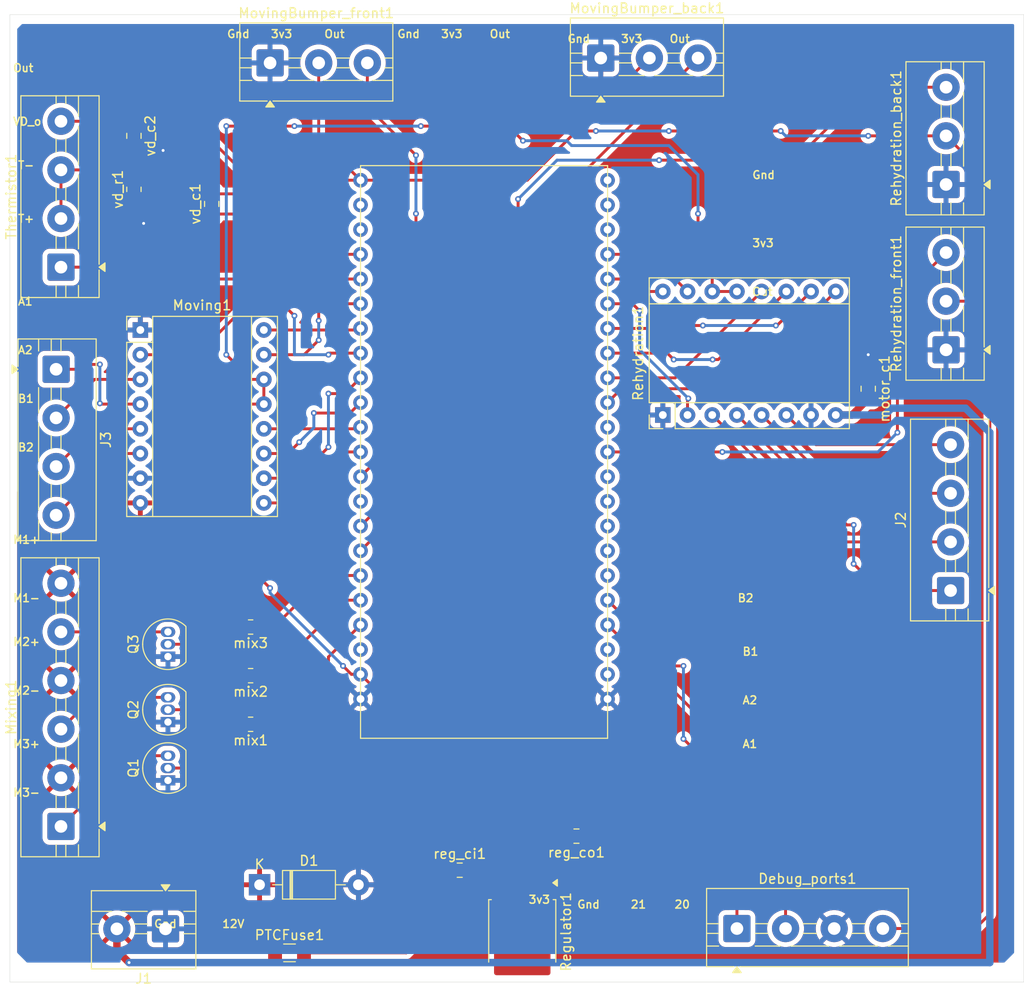
<source format=kicad_pcb>
(kicad_pcb (version 20241229) (generator "pcbnew") (generator_version "9.0")
  (layers (0 "F.Cu" signal) (2 "B.Cu" signal) (13 "F.Paste" user) (15 "B.Paste" user) (5 "F.SilkS" user "F.Silkscreen") (7 "B.SilkS" user "B.Silkscreen") (1 "F.Mask" user) (3 "B.Mask" user) (25 "Edge.Cuts" user))
  (net 0 "")
  (net 1 "Net-(Regulator1-VI)")
  (net 11 "/3v3")
  (net 16 "/20")
  (net 18 "/21")
  (net 19 "/M1_water")
  (net 20 "/5V")
  (net 21 "/STEP_move")
  (net 22 "/DIR_move")
  (net 23 "GND")
  (net 24 "Net-(J2-Pin_2)")
  (net 25 "Net-(J2-Pin_1)")
  (net 26 "/M2_water")
  (net 27 "Net-(J2-Pin_3)")
  (net 28 "/B_B")
  (net 29 "/Mix1")
  (net 30 "Net-(J2-Pin_4)")
  (net 31 "/Mix3")
  (net 32 "/R_F")
  (net 33 "/Mix2")
  (net 34 "Net-(J3-Pin_2)")
  (net 35 "/B_F")
  (net 36 "Net-(J3-Pin_4)")
  (net 37 "Net-(J3-Pin_1)")
  (net 38 "Net-(J3-Pin_3)")
  (net 39 "/R_B")
  (net 40 "/Heating_pwm")
  (net 41 "/VD_o")
  (net 43 "/DIR_water")
  (net 44 "/EN_move")
  (net 45 "/M0_move")
  (net 46 "Net-(Q1-G)")
  (net 47 "Net-(Q2-G)")
  (net 48 "Net-(Q3-G)")
  (net 49 "+12V")
  (net 50 "/M2_move")
  (net 51 "Net-(Mixing1-Pin_3)")
  (net 52 "Net-(Mixing1-Pin_1)")
  (net 53 "Net-(Mixing1-Pin_5)")
  (net 54 "/FLT_move")
  (net 55 "/FLT_water")
  (net 56 "/M1_move")
  (net 57 "/STEP_water")
  (net 58 "/EN_water")
  (net 59 "/M0_water")
  (footprint "Capacitor_SMD:C_0805_2012Metric_Pad1.18x1.45mm_HandSolder" (layer "F.Cu") (at 109.5 62 -90)
    (property "Reference" "vd_c2")
    (property "Value" "2.2uF")
  )
  (footprint "TerminalBlock:TerminalBlock_MaiXu_MX126-5.0-04P_1x04_P5.00mm" (layer "F.Cu") (at 102 75.5 90)
    (property "Reference" "Thermistor1")
    (property "Value" "Screw_Terminal_01x04")
  )
  (footprint "TerminalBlock:TerminalBlock_MaiXu_MX126-5.0-03P_1x03_P5.00mm" (layer "F.Cu") (at 157.5 54)
    (property "Reference" "MovingBumper_back1")
    (property "Value" "Screw_Terminal_01x03")
  )
  (footprint "TerminalBlock:TerminalBlock_MaiXu_MX126-5.0-04P_1x04_P5.00mm" (layer "F.Cu") (at 101.5 86 -90)
    (property "Reference" "J3")
    (property "Value" "Screw_Terminal_01x04")
  )
  (footprint "Capacitor_SMD:C_0805_2012Metric_Pad1.18x1.45mm_HandSolder" (layer "F.Cu") (at 117.5 69 90)
    (property "Reference" "vd_c1")
    (property "Value" "0.01uF")
  )
  (footprint "Module:Pololu_Breakout-16_15.2x20.3mm" (layer "F.Cu") (at 163.88 90.7 90)
    (property "Reference" "Rehydration1")
    (property "Value" "Pololu_Breakout_DRV8825")
  )
  (footprint "Capacitor_SMD:C_0805_2012Metric_Pad1.18x1.45mm_HandSolder" (layer "F.Cu") (at 155 134 180)
    (property "Reference" "reg_co1")
    (property "Value" "10uF")
  )
  (footprint "Package_TO_SOT_THT:TO-92_Inline" (layer "F.Cu") (at 113 128.27 90)
    (property "Reference" "Q1")
    (property "Value" "2N7000")
  )
  (footprint "Module:Pololu_Breakout-16_15.2x20.3mm" (layer "F.Cu") (at 110.16 81.96)
    (property "Reference" "Moving1")
    (property "Value" "Pololu_Breakout_DRV8825")
  )
  (footprint "TerminalBlock:TerminalBlock_MaiXu_MX126-5.0-04P_1x04_P5.00mm" (layer "F.Cu") (at 193.4675 108.75 90)
    (property "Reference" "J2")
    (property "Value" "Screw_Terminal_01x04")
  )
  (footprint "Package_TO_SOT_THT:TO-92_Inline" (layer "F.Cu") (at 113 115.54 90)
    (property "Reference" "Q3")
    (property "Value" "2N7000")
  )
  (footprint "Capacitor_SMD:C_0805_2012Metric_Pad1.18x1.45mm_HandSolder" (layer "F.Cu") (at 143 137.5)
    (property "Reference" "reg_ci1")
    (property "Value" "100uF")
  )
  (footprint "TerminalBlock:TerminalBlock_MaiXu_MX126-5.0-04P_1x04_P5.00mm" (layer "F.Cu") (at 171.5 143.5)
    (property "Reference" "Debug_ports1")
    (property "Value" "Screw_Terminal_01x04")
  )
  (footprint "Fuse:Fuse_1206_3216Metric_Pad1.42x1.75mm_HandSolder" (layer "F.Cu") (at 125.5 146)
    (property "Reference" "PTCFuse1")
    (property "Value" "1206L050")
  )
  (footprint "Resistor_SMD:R_0805_2012Metric_Pad1.20x1.40mm_HandSolder" (layer "F.Cu") (at 121.5 112.5 180)
    (property "Reference" "mix3")
    (property "Value" "1k")
  )
  (footprint "TerminalBlock:TerminalBlock_MaiXu_MX126-5.0-03P_1x03_P5.00mm" (layer "F.Cu") (at 193 84 90)
    (property "Reference" "Rehydration_front1")
    (property "Value" "Screw_Terminal_01x03")
  )
  (footprint "Capacitor_SMD:C_0805_2012Metric_Pad1.18x1.45mm_HandSolder" (layer "F.Cu") (at 185 88 -90)
    (property "Reference" "motor_c1")
    (property "Value" "100uF")
  )
  (footprint "TerminalBlock:TerminalBlock_MaiXu_MX126-5.0-06P_1x06_P5.00mm" (layer "F.Cu") (at 102 133 90)
    (property "Reference" "Mixing1")
    (property "Value" "Screw_Terminal_01x06")
  )
  (footprint "Resistor_SMD:R_0805_2012Metric_Pad1.20x1.40mm_HandSolder" (layer "F.Cu") (at 121.5 117.5 180)
    (property "Reference" "mix2")
    (property "Value" "1k'")
  )
  (footprint "Package_TO_SOT_SMD:TO-252-3_TabPin2" (layer "F.Cu") (at 149.4275 143.84 -90)
    (property "Reference" "Regulator1")
    (property "Value" "LM1117DT-5.0")
  )
  (footprint "Resistor_SMD:R_0805_2012Metric_Pad1.20x1.40mm_HandSolder" (layer "F.Cu") (at 121.5 122.5 180)
    (property "Reference" "mix1")
    (property "Value" "1k")
  )
  (footprint "Package_TO_SOT_THT:TO-92_Inline" (layer "F.Cu") (at 113 122.27 90)
    (property "Reference" "Q2")
    (property "Value" "2N7000")
  )
  (footprint "TerminalBlock:TerminalBlock_MaiXu_MX126-5.0-03P_1x03_P5.00mm" (layer "F.Cu") (at 193 67 90)
    (property "Reference" "Rehydration_back1")
    (property "Value" "Screw_Terminal_01x03")
  )
  (footprint "Diode_THT:D_DO-41_SOD81_P10.16mm_Horizontal" (layer "F.Cu") (at 122.42 139)
    (property "Reference" "D1")
    (property "Value" "1N4001")
  )
  (footprint "my_footprints:ESP32_DevKitC_Header_Mount" (layer "F.Cu") (at 132.8 66.56)
    (property "Reference" "ESP32-S3" (hide yes))
    (property "Value" "~" (hide yes))
  )
  (footprint "TerminalBlock:TerminalBlock_MaiXu_MX126-5.0-02P_1x02_P5.00mm" (layer "F.Cu") (at 112.75 143.5325 180)
    (property "Reference" "J1")
    (property "Value" "Screw_Terminal_01x02")
  )
  (footprint "Resistor_SMD:R_0805_2012Metric_Pad1.20x1.40mm_HandSolder" (layer "F.Cu") (at 109.5 67.5 90)
    (property "Reference" "vd_r1")
    (property "Value" "4.6k")
  )
  (footprint "TerminalBlock:TerminalBlock_MaiXu_MX126-5.0-03P_1x03_P5.00mm" (layer "F.Cu") (at 123.5 54.5)
    (property "Reference" "MovingBumper_front1")
    (property "Value" "Screw_Terminal_01x03")
  )
  (gr_rect (start 96.75 49.5325) (end 201 149) (stroke (width 0.0381)) (fill no) (layer "Edge.Cuts"))
  (gr_text "A2" (at 97.5 84.5 0) (layer "F.SilkS") (effects (font (size 0.8128 0.8128) (thickness 0.1524) (bold yes)) (justify left bottom)))
  (gr_text "Gnd" (at 154 52.5 0) (layer "F.SilkS") (effects (font (size 0.8128 0.8128) (thickness 0.1524) (bold yes)) (justify left bottom)))
  (gr_text "Out" (at 146 52 0) (layer "F.SilkS") (effects (font (size 0.8128 0.8128) (thickness 0.1524) (bold yes)) (justify left bottom)))
  (gr_text "M2-" (at 97 119.5 0) (layer "F.SilkS") (effects (font (size 0.8128 0.8128) (thickness 0.1524) (bold yes)) (justify left bottom)))
  (gr_text "Gnd" (at 155 141.5 0) (layer "F.SilkS") (effects (font (size 0.8128 0.8128) (thickness 0.1524) (bold yes)) (justify left bottom)))
  (gr_text "B1" (at 97.5 89.5 0) (layer "F.SilkS") (effects (font (size 0.8128 0.8128) (thickness 0.1524) (bold yes)) (justify left bottom)))
  (gr_text "Gnd" (at 111.5 143.5 0) (layer "F.SilkS") (effects (font (size 0.8128 0.8128) (thickness 0.1524) (bold yes)) (justify left bottom)))
  (gr_text "Out" (at 129 52 0) (layer "F.SilkS") (effects (font (size 0.8128 0.8128) (thickness 0.1524) (bold yes)) (justify left bottom)))
  (gr_text "M1-" (at 97 110 0) (layer "F.SilkS") (effects (font (size 0.8128 0.8128) (thickness 0.1524) (bold yes)) (justify left bottom)))
  (gr_text "VD_o" (at 97 61 0) (layer "F.SilkS") (effects (font (size 0.8128 0.8128) (thickness 0.1524) (bold yes)) (justify left bottom)))
  (gr_text "12V" (at 118.5 143.5 0) (layer "F.SilkS") (effects (font (size 0.8128 0.8128) (thickness 0.1524) (bold yes)) (justify left bottom)))
  (gr_text "20" (at 165 141.5 0) (layer "F.SilkS") (effects (font (size 0.8128 0.8128) (thickness 0.1524) (bold yes)) (justify left bottom)))
  (gr_text "B2" (at 97.5 94.5 0) (layer "F.SilkS") (effects (font (size 0.8128 0.8128) (thickness 0.1524) (bold yes)) (justify left bottom)))
  (gr_text "Out" (at 97 55.5 0) (layer "F.SilkS") (effects (font (size 0.8128 0.8128) (thickness 0.1524) (bold yes)) (justify left bottom)))
  (gr_text "M3+" (at 97 125 0) (layer "F.SilkS") (effects (font (size 0.8128 0.8128) (thickness 0.1524) (bold yes)) (justify left bottom)))
  (gr_text "M3-" (at 97 130 0) (layer "F.SilkS") (effects (font (size 0.8128 0.8128) (thickness 0.1524) (bold yes)) (justify left bottom)))
  (gr_text "Gnd" (at 136.5 52 0) (layer "F.SilkS") (effects (font (size 0.8128 0.8128) (thickness 0.1524) (bold yes)) (justify left bottom)))
  (gr_text "Gnd" (at 119 52 0) (layer "F.SilkS") (effects (font (size 0.8128 0.8128) (thickness 0.1524) (bold yes)) (justify left bottom)))
  (gr_text "3v3" (at 141 52 0) (layer "F.SilkS") (effects (font (size 0.8128 0.8128) (thickness 0.1524) (bold yes)) (justify left bottom)))
  (gr_text "Out" (at 164.5 52.5 0) (layer "F.SilkS") (effects (font (size 0.8128 0.8128) (thickness 0.1524) (bold yes)) (justify left bottom)))
  (gr_text "M1+" (at 97 104 0) (layer "F.SilkS") (effects (font (size 0.8128 0.8128) (thickness 0.1524) (bold yes)) (justify left bottom)))
  (gr_text "T+" (at 97.5 71 0) (layer "F.SilkS") (effects (font (size 0.8128 0.8128) (thickness 0.1524) (bold yes)) (justify left bottom)))
  (gr_text "A1" (at 172 125 0) (layer "F.SilkS") (effects (font (size 0.8128 0.8128) (thickness 0.1524) (bold yes)) (justify left bottom)))
  (gr_text "B2" (at 171.5 110 0) (layer "F.SilkS") (effects (font (size 0.8128 0.8128) (thickness 0.1524) (bold yes)) (justify left bottom)))
  (gr_text "3v3" (at 150 141 0) (layer "F.SilkS") (effects (font (size 0.8128 0.8128) (thickness 0.1524) (bold yes)) (justify left bottom)))
  (gr_text "3v3" (at 159.5 52.5 0) (layer "F.SilkS") (effects (font (size 0.8128 0.8128) (thickness 0.1524) (bold yes)) (justify left bottom)))
  (gr_text "3v3" (at 173 73.5 0) (layer "F.SilkS") (effects (font (size 0.8128 0.8128) (thickness 0.1524) (bold yes)) (justify left bottom)))
  (gr_text "A1" (at 97.5 79.5 0) (layer "F.SilkS") (effects (font (size 0.8128 0.8128) (thickness 0.1524) (bold yes)) (justify left bottom)))
  (gr_text "A2" (at 172 120.5 0) (layer "F.SilkS") (effects (font (size 0.8128 0.8128) (thickness 0.1524) (bold yes)) (justify left bottom)))
  (gr_text "Gnd" (at 173 66.5 0) (layer "F.SilkS") (effects (font (size 0.8128 0.8128) (thickness 0.1524) (bold yes)) (justify left bottom)))
  (gr_text "M2+" (at 97 114.5 0) (layer "F.SilkS") (effects (font (size 0.8128 0.8128) (thickness 0.1524) (bold yes)) (justify left bottom)))
  (gr_text "Out" (at 173 78.5 0) (layer "F.SilkS") (effects (font (size 0.8128 0.8128) (thickness 0.1524) (bold yes)) (justify left bottom)))
  (gr_text "3v3" (at 123.5 52 0) (layer "F.SilkS") (effects (font (size 0.8128 0.8128) (thickness 0.1524) (bold yes)) (justify left bottom)))
  (gr_text "T-" (at 97.5 65.5 0) (layer "F.SilkS") (effects (font (size 0.8128 0.8128) (thickness 0.1524) (bold yes)) (justify left bottom)))
  (gr_text "21" (at 160.5 141.5 0) (layer "F.SilkS") (effects (font (size 0.8128 0.8128) (thickness 0.1524) (bold yes)) (justify left bottom)))
  (gr_text "B1" (at 172 115.5 0) (layer "F.SilkS") (effects (font (size 0.8128 0.8128) (thickness 0.1524) (bold yes)) (justify left bottom)))
  (segment (start 145.8475 137.5) (end 147.1475 138.8) (width 0.3) (layer "F.Cu") (net 1))
  (segment (start 144.0375 139.4625) (end 144.0375 137.5) (width 0.3) (layer "F.Cu") (net 1))
  (segment (start 144.0375 137.5) (end 145.8475 137.5) (width 0.3) (layer "F.Cu") (net 1))
  (segment (start 126.9875 146) (end 137.5 146) (width 0.3) (layer "F.Cu") (net 1))
  (segment (start 137.5 146) (end 144.0375 139.4625) (width 0.3) (layer "F.Cu") (net 1))
  (segment (start 117.5 67.9625) (end 121.5975 67.9625) (width 0.3) (layer "F.Cu") (net 11))
  (segment (start 195.75 78.25) (end 197.5 80) (width 0.3) (layer "F.Cu") (net 11))
  (segment (start 195.75 78.25) (end 196 78) (width 0.3) (layer "F.Cu") (net 11))
  (segment (start 196 143.5) (end 186.5 143.5) (width 0.3) (layer "F.Cu") (net 11))
  (segment (start 121.56 66.56) (end 115.9625 60.9625) (width 0.3) (layer "F.Cu") (net 11))
  (segment (start 132.8 66.56) (end 149.94 66.56) (width 0.3) (layer "F.Cu") (net 11))
  (segment (start 109.4625 60.9625) (end 109 60.5) (width 0.3) (layer "F.Cu") (net 11))
  (segment (start 197.5 142) (end 196 143.5) (width 0.3) (layer "F.Cu") (net 11))
  (segment (start 115.9625 60.9625) (end 109.5 60.9625) (width 0.3) (layer "F.Cu") (net 11))
  (segment (start 132.8 66.56) (end 123 66.56) (width 0.3) (layer "F.Cu") (net 11))
  (segment (start 121.5975 67.9625) (end 123 66.56) (width 0.3) (layer "F.Cu") (net 11))
  (segment (start 193 62) (end 185 62) (width 0.3) (layer "F.Cu") (net 11))
  (segment (start 128.5 62.26) (end 132.8 66.56) (width 0.3) (layer "F.Cu") (net 11))
  (segment (start 157 61.5) (end 155.5 61.5) (width 0.3) (layer "F.Cu") (net 11))
  (segment (start 155.25 61.25) (end 162.5 54) (width 0.3) (layer "F.Cu") (net 11))
  (segment (start 176 61.5) (end 164.5 61.5) (width 0.3) (layer "F.Cu") (net 11))
  (segment (start 197.5 80) (end 197.5 142) (width 0.3) (layer "F.Cu") (net 11))
  (segment (start 123 66.56) (end 121.56 66.56) (width 0.3) (layer "F.Cu") (net 11))
  (segment (start 128.5 54.5) (end 128.5 62.26) (width 0.3) (layer "F.Cu") (net 11))
  (segment (start 193 79) (end 195 79) (width 0.3) (layer "F.Cu") (net 11))
  (segment (start 155.5 61.5) (end 155.25 61.25) (width 0.3) (layer "F.Cu") (net 11))
  (segment (start 196 78) (end 196 65) (width 0.3) (layer "F.Cu") (net 11))
  (segment (start 149.94 66.56) (end 155.25 61.25) (width 0.3) (layer "F.Cu") (net 11))
  (segment (start 195 79) (end 195.75 78.25) (width 0.3) (layer "F.Cu") (net 11))
  (segment (start 196 65) (end 193 62) (width 0.3) (layer "F.Cu") (net 11))
  (segment (start 109.5 60.9625) (end 109.4625 60.9625) (width 0.3) (layer "F.Cu") (net 11))
  (segment (start 109 60.5) (end 102 60.5) (width 0.3) (layer "F.Cu") (net 11))
  (via (at 176 61.5) (size 0.6) (drill 0.3) (layers "F.Cu" "B.Cu") (net 11))
  (via (at 185 62) (size 0.6) (drill 0.3) (layers "F.Cu" "B.Cu") (net 11))
  (via (at 157 61.5) (size 0.6) (drill 0.3) (layers "F.Cu" "B.Cu") (net 11))
  (via (at 164.5 61.5) (size 0.6) (drill 0.3) (layers "F.Cu" "B.Cu") (net 11))
  (segment (start 185 62) (end 176.5 62) (width 0.3) (layer "B.Cu") (net 11))
  (segment (start 164.5 61.5) (end 157 61.5) (width 0.3) (layer "B.Cu") (net 11))
  (segment (start 176.5 62) (end 176 61.5) (width 0.3) (layer "B.Cu") (net 11))
  (segment (start 171.5 129.5) (end 166 124) (width 0.3) (layer "F.Cu") (net 16))
  (segment (start 166 116.5) (end 164.96 116.5) (width 0.3) (layer "F.Cu") (net 16))
  (segment (start 171.5 143.5) (end 171.5 129.5) (width 0.3) (layer "F.Cu") (net 16))
  (segment (start 164.96 116.5) (end 158.2 109.74) (width 0.3) (layer "F.Cu") (net 16))
  (via (at 166 116.5) (size 0.6) (drill 0.3) (layers "F.Cu" "B.Cu") (net 16))
  (via (at 166 124) (size 0.6) (drill 0.3) (layers "F.Cu" "B.Cu") (net 16))
  (segment (start 166 124) (end 166 116.5) (width 0.3) (layer "B.Cu") (net 16))
  (segment (start 176.5 143.5) (end 176.5 130.58) (width 0.3) (layer "F.Cu") (net 18))
  (segment (start 176.5 130.58) (end 158.2 112.28) (width 0.3) (layer "F.Cu") (net 18))
  (segment (start 169.58 85) (end 169 85) (width 0.3) (layer "F.Cu") (net 19))
  (segment (start 176.58 78) (end 169.58 85) (width 0.3) (layer "F.Cu") (net 19))
  (segment (start 164.34 84.34) (end 158.2 84.34) (width 0.3) (layer "F.Cu") (net 19))
  (segment (start 165 85) (end 164.34 84.34) (width 0.3) (layer "F.Cu") (net 19))
  (via (at 165 85) (size 0.6) (drill 0.3) (layers "F.Cu" "B.Cu") (net 19))
  (via (at 169 85) (size 0.6) (drill 0.3) (layers "F.Cu" "B.Cu") (net 19))
  (segment (start 169 85) (end 165 85) (width 0.3) (layer "B.Cu") (net 19))
  (segment (start 122.86 87.04) (end 122.86 89.58) (width 0.3) (layer "F.Cu") (net 20))
  (segment (start 153.9625 134) (end 149.44 134) (width 0.3) (layer "F.Cu") (net 20))
  (segment (start 119 61) (end 126 61) (width 0.3) (layer "F.Cu") (net 20))
  (segment (start 123.5 108.5) (end 119.5 104.5) (width 0.3) (layer "F.Cu") (net 20))
  (segment (start 119.5 104.5) (end 119.5 90) (width 0.3) (layer "F.Cu") (net 20))
  (segment (start 119.92 89.58) (end 122.86 89.58) (width 0.3) (layer "F.Cu") (net 20))
  (segment (start 168.96 72.46) (end 168.96 78) (width 0.3) (layer "F.Cu") (net 20))
  (segment (start 122.86 87.04) (end 121.54 87.04) (width 0.3) (layer "F.Cu") (net 20))
  (segment (start 132.8 117.36) (end 131.86 117.36) (width 0.3) (layer "F.Cu") (net 20))
  (segment (start 121.54 87.04) (end 119 84.5) (width 0.3) (layer "F.Cu") (net 20))
  (segment (start 131.86 117.36) (end 131 116.5) (width 0.3) (layer "F.Cu") (net 20))
  (segment (start 149.4275 138.8) (end 149.4275 133.9875) (width 0.3) (layer "F.Cu") (net 20))
  (segment (start 167.5 70) (end 167.5 71) (width 0.3) (layer "F.Cu") (net 20))
  (segment (start 149.4275 133.9875) (end 132.8 117.36) (width 0.3) (layer "F.Cu") (net 20))
  (segment (start 139 61) (end 148 61) (width 0.3) (layer "F.Cu") (net 20))
  (segment (start 167.5 71) (end 168.96 72.46) (width 0.3) (layer "F.Cu") (net 20))
  (segment (start 168.96 78) (end 171.5 78) (width 0.3) (layer "F.Cu") (net 20))
  (segment (start 119.5 90) (end 119.92 89.58) (width 0.3) (layer "F.Cu") (net 20))
  (segment (start 149.44 134) (end 149.4275 133.9875) (width 0.3) (layer "F.Cu") (net 20))
  (segment (start 148 61) (end 149.5 62.5) (width 0.3) (layer "F.Cu") (net 20))
  (via (at 119 61) (size 0.6) (drill 0.3) (layers "F.Cu" "B.Cu") (net 20))
  (via (at 149.5 62.5) (size 0.6) (drill 0.3) (layers "F.Cu" "B.Cu") (net 20))
  (via (at 131 116.5) (size 0.6) (drill 0.3) (layers "F.Cu" "B.Cu") (net 20))
  (via (at 167.5 70) (size 0.6) (drill 0.3) (layers "F.Cu" "B.Cu") (net 20))
  (via (at 123.5 108.5) (size 0.6) (drill 0.3) (layers "F.Cu" "B.Cu") (net 20))
  (via (at 119 84.5) (size 0.6) (drill 0.3) (layers "F.Cu" "B.Cu") (net 20))
  (via (at 126 61) (size 0.6) (drill 0.3) (layers "F.Cu" "B.Cu") (net 20))
  (via (at 139 61) (size 0.6) (drill 0.3) (layers "F.Cu" "B.Cu") (net 20))
  (segment (start 149.5 62.5) (end 154 62.5) (width 0.3) (layer "B.Cu") (net 20))
  (segment (start 154.5 63) (end 164.5 63) (width 0.3) (layer "B.Cu") (net 20))
  (segment (start 167.5 66) (end 167.5 70) (width 0.3) (layer "B.Cu") (net 20))
  (segment (start 154 62.5) (end 154.5 63) (width 0.3) (layer "B.Cu") (net 20))
  (segment (start 126 61) (end 139 61) (width 0.3) (layer "B.Cu") (net 20))
  (segment (start 131 116.5) (end 123.5 109) (width 0.3) (layer "B.Cu") (net 20))
  (segment (start 123.5 109) (end 123.5 108.5) (width 0.3) (layer "B.Cu") (net 20))
  (segment (start 119 84.5) (end 119 61) (width 0.3) (layer "B.Cu") (net 20))
  (segment (start 164.5 63) (end 167.5 66) (width 0.3) (layer "B.Cu") (net 20))
  (segment (start 128.5 79.5) (end 128.74 79.26) (width 0.3) (layer "F.Cu") (net 21))
  (segment (start 127 84.5) (end 128.5 83) (width 0.3) (layer "F.Cu") (net 21))
  (segment (start 122.86 84.5) (end 127 84.5) (width 0.3) (layer "F.Cu") (net 21))
  (segment (start 128.5 81) (end 128.5 79.5) (width 0.3) (layer "F.Cu") (net 21))
  (segment (start 128.74 79.26) (end 132.8 79.26) (width 0.3) (layer "F.Cu") (net 21))
  (via (at 128.5 81) (size 0.6) (drill 0.3) (layers "F.Cu" "B.Cu") (net 21))
  (via (at 128.5 83) (size 0.6) (drill 0.3) (layers "F.Cu" "B.Cu") (net 21))
  (segment (start 128.5 83) (end 128.5 81) (width 0.3) (layer "B.Cu") (net 21))
  (segment (start 132.64 81.96) (end 132.8 81.8) (width 0.3) (layer "F.Cu") (net 22))
  (segment (start 122.86 81.96) (end 132.64 81.96) (width 0.3) (layer "F.Cu") (net 22))
  (via (at 112.5 63.5) (size 0.6) (drill 0.3) (layers "F.Cu" "B.Cu") (net 23))
  (via (at 185 84.5) (size 0.6) (drill 0.3) (layers "F.Cu" "B.Cu") (net 23))
  (via (at 110.5 71) (size 0.6) (drill 0.3) (layers "F.Cu" "B.Cu") (net 23))
  (segment (start 182.01 103.75) (end 168.96 90.7) (width 0.3) (layer "F.Cu") (net 24))
  (segment (start 193.4675 103.75) (end 182.01 103.75) (width 0.3) (layer "F.Cu") (net 24))
  (segment (start 182.8 102) (end 171.5 90.7) (width 0.3) (layer "F.Cu") (net 25))
  (segment (start 193.4675 108.75) (end 186.25 108.75) (width 0.3) (layer "F.Cu") (net 25))
  (segment (start 183.5 102) (end 182.8 102) (width 0.3) (layer "F.Cu") (net 25))
  (segment (start 186.25 108.75) (end 183.5 106) (width 0.3) (layer "F.Cu") (net 25))
  (via (at 183.5 102) (size 0.6) (drill 0.3) (layers "F.Cu" "B.Cu") (net 25))
  (via (at 183.5 106) (size 0.6) (drill 0.3) (layers "F.Cu" "B.Cu") (net 25))
  (segment (start 183.5 106) (end 183.5 102) (width 0.3) (layer "B.Cu") (net 25))
  (segment (start 174.04 78) (end 165.16 86.88) (width 0.3) (layer "F.Cu") (net 26))
  (segment (start 165.16 86.88) (end 158.2 86.88) (width 0.3) (layer "F.Cu") (net 26))
  (segment (start 193.4675 98.75) (end 182.09 98.75) (width 0.3) (layer "F.Cu") (net 27))
  (segment (start 182.09 98.75) (end 174.04 90.7) (width 0.3) (layer "F.Cu") (net 27))
  (segment (start 132.8 104.66) (end 152.98 84.48) (width 0.3) (layer "F.Cu") (net 28))
  (segment (start 152.98 84.48) (end 153 84.46) (width 0.3) (layer "F.Cu") (net 28))
  (segment (start 152.98 68.52) (end 167.5 54) (width 0.3) (layer "F.Cu") (net 28))
  (segment (start 152.98 84.48) (end 152.98 68.52) (width 0.3) (layer "F.Cu") (net 28))
  (segment (start 129.5 117) (end 129.5 115.58) (width 0.3) (layer "F.Cu") (net 29))
  (segment (start 129.5 115.58) (end 132.8 112.28) (width 0.3) (layer "F.Cu") (net 29))
  (segment (start 122.5 122.5) (end 124 122.5) (width 0.3) (layer "F.Cu") (net 29))
  (segment (start 124 122.5) (end 129.5 117) (width 0.3) (layer "F.Cu") (net 29))
  (segment (start 193.4675 93.75) (end 179.63 93.75) (width 0.3) (layer "F.Cu") (net 30))
  (segment (start 179.63 93.75) (end 176.58 90.7) (width 0.3) (layer "F.Cu") (net 30))
  (segment (start 123.9 112.5) (end 122.5 112.5) (width 0.3) (layer "F.Cu") (net 31))
  (segment (start 132.8 107.2) (end 129.2 107.2) (width 0.3) (layer "F.Cu") (net 31))
  (segment (start 129.2 107.2) (end 123.9 112.5) (width 0.3) (layer "F.Cu") (net 31))
  (segment (start 170 94.5) (end 158.2 94.5) (width 0.3) (layer "F.Cu") (net 32))
  (segment (start 193 74) (end 188 79) (width 0.3) (layer "F.Cu") (net 32))
  (segment (start 188 79) (end 188 92.5) (width 0.3) (layer "F.Cu") (net 32))
  (via (at 170 94.5) (size 0.6) (drill 0.3) (layers "F.Cu" "B.Cu") (net 32))
  (via (at 188 92.5) (size 0.6) (drill 0.3) (layers "F.Cu" "B.Cu") (net 32))
  (segment (start 186 94.5) (end 170 94.5) (width 0.3) (layer "B.Cu") (net 32))
  (segment (start 188 92.5) (end 186 94.5) (width 0.3) (layer "B.Cu") (net 32))
  (segment (start 132.8 109.74) (end 131.26 109.74) (width 0.3) (layer "F.Cu") (net 33))
  (segment (start 123.5 117.5) (end 122.5 117.5) (width 0.3) (layer "F.Cu") (net 33))
  (segment (start 131.26 109.74) (end 123.5 117.5) (width 0.3) (layer "F.Cu") (net 33))
  (segment (start 105.46 87.04) (end 101.5 91) (width 0.3) (layer "F.Cu") (net 34))
  (segment (start 110.16 87.04) (end 105.46 87.04) (width 0.3) (layer "F.Cu") (net 34))
  (segment (start 132.8 97.04) (end 138.5 91.34) (width 0.3) (layer "F.Cu") (net 35))
  (segment (start 138.5 91.34) (end 138.5 70) (width 0.3) (layer "F.Cu") (net 35))
  (segment (start 133.5 59) (end 133.5 54.5) (width 0.3) (layer "F.Cu") (net 35))
  (segment (start 138.5 64) (end 133.5 59) (width 0.3) (layer "F.Cu") (net 35))
  (via (at 138.5 70) (size 0.6) (drill 0.3) (layers "F.Cu" "B.Cu") (net 35))
  (via (at 138.5 64) (size 0.6) (drill 0.3) (layers "F.Cu" "B.Cu") (net 35))
  (segment (start 138.5 70) (end 138.5 64) (width 0.3) (layer "B.Cu") (net 35))
  (segment (start 110.16 94.66) (end 107.84 94.66) (width 0.3) (layer "F.Cu") (net 36))
  (segment (start 107.84 94.66) (end 101.5 101) (width 0.3) (layer "F.Cu") (net 36))
  (segment (start 104.5 86) (end 101.5 86) (width 0.3) (layer "F.Cu") (net 37))
  (segment (start 106.08 89.58) (end 106 89.5) (width 0.3) (layer "F.Cu") (net 37))
  (segment (start 106 85.5) (end 105 85.5) (width 0.3) (layer "F.Cu") (net 37))
  (segment (start 105 85.5) (end 104.5 86) (width 0.3) (layer "F.Cu") (net 37))
  (segment (start 110.16 89.58) (end 106.08 89.58) (width 0.3) (layer "F.Cu") (net 37))
  (via (at 106 89.5) (size 0.6) (drill 0.3) (layers "F.Cu" "B.Cu") (net 37))
  (via (at 106 85.5) (size 0.6) (drill 0.3) (layers "F.Cu" "B.Cu") (net 37))
  (segment (start 106 89.5) (end 106 85.5) (width 0.3) (layer "B.Cu") (net 37))
  (segment (start 110.16 92.12) (end 105.38 92.12) (width 0.3) (layer "F.Cu") (net 38))
  (segment (start 105.38 92.12) (end 101.5 96) (width 0.3) (layer "F.Cu") (net 38))
  (segment (start 185 57) (end 193 57) (width 0.3) (layer "F.Cu") (net 39))
  (segment (start 132.8 102.12) (end 149 85.92) (width 0.3) (layer "F.Cu") (net 39))
  (segment (start 177.5 64.5) (end 185 57) (width 0.3) (layer "F.Cu") (net 39))
  (segment (start 163.5 64.5) (end 177.5 64.5) (width 0.3) (layer "F.Cu") (net 39))
  (segment (start 149 85.92) (end 149 68.5) (width 0.3) (layer "F.Cu") (net 39))
  (via (at 149 68.5) (size 0.6) (drill 0.3) (layers "F.Cu" "B.Cu") (net 39))
  (via (at 163.5 64.5) (size 0.6) (drill 0.3) (layers "F.Cu" "B.Cu") (net 39))
  (segment (start 163.5 64.5) (end 153 64.5) (width 0.3) (layer "B.Cu") (net 39))
  (segment (start 153 64.5) (end 149 68.5) (width 0.3) (layer "B.Cu") (net 39))
  (segment (start 106.5 75.5) (end 102 75.5) (width 0.3) (layer "F.Cu") (net 40))
  (segment (start 132.8 76.72) (end 107.72 76.72) (width 0.3) (layer "F.Cu") (net 40))
  (segment (start 107.72 76.72) (end 106.5 75.5) (width 0.3) (layer "F.Cu") (net 40))
  (segment (start 115.0375 70.0375) (end 111.5 66.5) (width 0.3) (layer "F.Cu") (net 41))
  (segment (start 124.0375 70.0375) (end 128.18 74.18) (width 0.3) (layer "F.Cu") (net 41))
  (segment (start 117.5 70.0375) (end 124.0375 70.0375) (width 0.3) (layer "F.Cu") (net 41))
  (segment (start 117.5 70.0375) (end 115.0375 70.0375) (width 0.3) (layer "F.Cu") (net 41))
  (segment (start 111.5 66.5) (end 109.5 66.5) (width 0.3) (layer "F.Cu") (net 41))
  (segment (start 108.5 65.5) (end 109.5 66.5) (width 0.3) (layer "F.Cu") (net 41))
  (segment (start 102 70.5) (end 102 65.5) (width 0.3) (layer "F.Cu") (net 41))
  (segment (start 128.18 74.18) (end 132.8 74.18) (width 0.3) (layer "F.Cu") (net 41))
  (segment (start 102 65.5) (end 108.5 65.5) (width 0.3) (layer "F.Cu") (net 41))
  (segment (start 160.22 76.72) (end 158.2 76.72) (width 0.3) (layer "F.Cu") (net 43))
  (segment (start 163.88 78) (end 161.5 78) (width 0.3) (layer "F.Cu") (net 43))
  (segment (start 161.5 78) (end 160.22 76.72) (width 0.3) (layer "F.Cu") (net 43))
  (segment (start 131.5 94.5) (end 132.8 94.5) (width 0.3) (layer "F.Cu") (net 44))
  (segment (start 122.86 99.74) (end 126.26 99.74) (width 0.3) (layer "F.Cu") (net 44))
  (segment (start 126.26 99.74) (end 131.5 94.5) (width 0.3) (layer "F.Cu") (net 44))
  (segment (start 122.86 97.2) (end 126.3 97.2) (width 0.3) (layer "F.Cu") (net 45))
  (segment (start 126.3 97.2) (end 129.5 94) (width 0.3) (layer "F.Cu") (net 45))
  (segment (start 129.5 88.5) (end 131.18 88.5) (width 0.3) (layer "F.Cu") (net 45))
  (segment (start 131.18 88.5) (end 132.8 86.88) (width 0.3) (layer "F.Cu") (net 45))
  (via (at 129.5 88.5) (size 0.6) (drill 0.3) (layers "F.Cu" "B.Cu") (net 45))
  (via (at 129.5 94) (size 0.6) (drill 0.3) (layers "F.Cu" "B.Cu") (net 45))
  (segment (start 129.5 94) (end 129.5 88.5) (width 0.3) (layer "B.Cu") (net 45))
  (segment (start 120.5 122.5) (end 116 127) (width 0.3) (layer "F.Cu") (net 46))
  (segment (start 116 127) (end 113 127) (width 0.3) (layer "F.Cu") (net 46))
  (segment (start 117 121) (end 113 121) (width 0.3) (layer "F.Cu") (net 47))
  (segment (start 120.5 117.5) (end 117 121) (width 0.3) (layer "F.Cu") (net 47))
  (segment (start 120.5 112.5) (end 118.73 114.27) (width 0.3) (layer "F.Cu") (net 48))
  (segment (start 118.73 114.27) (end 113 114.27) (width 0.3) (layer "F.Cu") (net 48))
  (segment (start 181.66 90.7) (end 183.3375 90.7) (width 0.762) (layer "F.Cu") (net 49))
  (segment (start 107.75 143.5325) (end 107.75 145.75) (width 0.762) (layer "F.Cu") (net 49))
  (segment (start 183.3375 90.7) (end 185 89.0375) (width 0.762) (layer "F.Cu") (net 49))
  (segment (start 107.75 145.75) (end 109 147) (width 0.762) (layer "F.Cu") (net 49))
  (via (at 109 147) (size 0.6) (drill 0.3) (layers "F.Cu" "B.Cu") (net 49))
  (segment (start 197.5 147) (end 109 147) (width 0.762) (layer "B.Cu") (net 49))
  (segment (start 195 90) (end 197.5 92.5) (width 0.762) (layer "B.Cu") (net 49))
  (segment (start 197.5 92.5) (end 197.5 147) (width 0.762) (layer "B.Cu") (net 49))
  (segment (start 186.7 90.7) (end 187.4 90) (width 0.762) (layer "B.Cu") (net 49))
  (segment (start 187.4 90) (end 195 90) (width 0.762) (layer "B.Cu") (net 49))
  (segment (start 181.66 90.7) (end 186.7 90.7) (width 0.762) (layer "B.Cu") (net 49))
  (segment (start 132.64 92.12) (end 132.8 91.96) (width 0.3) (layer "F.Cu") (net 50))
  (segment (start 122.86 92.12) (end 132.64 92.12) (width 0.3) (layer "F.Cu") (net 50))
  (segment (start 105.27 119.73) (end 102 123) (width 0.3) (layer "F.Cu") (net 51))
  (segment (start 113 119.73) (end 105.27 119.73) (width 0.3) (layer "F.Cu") (net 51))
  (segment (start 113 125.73) (end 109.27 125.73) (width 0.3) (layer "F.Cu") (net 52))
  (segment (start 109.27 125.73) (end 102 133) (width 0.3) (layer "F.Cu") (net 52))
  (segment (start 113 113) (end 102 113) (width 0.3) (layer "F.Cu") (net 53))
  (segment (start 121 79.5) (end 125 79.5) (width 0.3) (layer "F.Cu") (net 54))
  (segment (start 129.66 84.34) (end 129.5 84.5) (width 0.3) (layer "F.Cu") (net 54))
  (segment (start 132.8 84.34) (end 129.66 84.34) (width 0.3) (layer "F.Cu") (net 54))
  (segment (start 116 84.5) (end 121 79.5) (width 0.3) (layer "F.Cu") (net 54))
  (segment (start 110.16 84.5) (end 116 84.5) (width 0.3) (layer "F.Cu") (net 54))
  (segment (start 125 79.5) (end 126 80.5) (width 0.3) (layer "F.Cu") (net 54))
  (via (at 129.5 84.5) (size 0.6) (drill 0.3) (layers "F.Cu" "B.Cu") (net 54))
  (via (at 126 80.5) (size 0.6) (drill 0.3) (layers "F.Cu" "B.Cu") (net 54))
  (segment (start 126 84.5) (end 126 80.5) (width 0.3) (layer "B.Cu") (net 54))
  (segment (start 129.5 84.5) (end 126 84.5) (width 0.3) (layer "B.Cu") (net 54))
  (segment (start 166.42 89.08) (end 166.5 89) (width 0.3) (layer "F.Cu") (net 55))
  (segment (start 166.42 90.7) (end 166.42 89.08) (width 0.3) (layer "F.Cu") (net 55))
  (segment (start 160.76 79.26) (end 158.2 79.26) (width 0.3) (layer "F.Cu") (net 55))
  (segment (start 161.5 80) (end 160.76 79.26) (width 0.3) (layer "F.Cu") (net 55))
  (via (at 161.5 80) (size 0.6) (drill 0.3) (layers "F.Cu" "B.Cu") (net 55))
  (via (at 166.5 89) (size 0.6) (drill 0.3) (layers "F.Cu" "B.Cu") (net 55))
  (segment (start 161.5 84) (end 161.5 80) (width 0.3) (layer "B.Cu") (net 55))
  (segment (start 166.5 89) (end 161.5 84) (width 0.3) (layer "B.Cu") (net 55))
  (segment (start 128 90.5) (end 131.72 90.5) (width 0.3) (layer "F.Cu") (net 56))
  (segment (start 122.86 94.66) (end 125.34 94.66) (width 0.3) (layer "F.Cu") (net 56))
  (segment (start 131.72 90.5) (end 132.8 89.42) (width 0.3) (layer "F.Cu") (net 56))
  (segment (start 125.34 94.66) (end 126.5 93.5) (width 0.3) (layer "F.Cu") (net 56))
  (via (at 128 90.5) (size 0.6) (drill 0.3) (layers "F.Cu" "B.Cu") (net 56))
  (via (at 126.5 93.5) (size 0.6) (drill 0.3) (layers "F.Cu" "B.Cu") (net 56))
  (segment (start 128 92) (end 128 90.5) (width 0.3) (layer "B.Cu") (net 56))
  (segment (start 126.5 93.5) (end 128 92) (width 0.3) (layer "B.Cu") (net 56))
  (segment (start 166.42 78) (end 162.6 74.18) (width 0.3) (layer "F.Cu") (net 57))
  (segment (start 162.6 74.18) (end 158.2 74.18) (width 0.3) (layer "F.Cu") (net 57))
  (segment (start 159.62 88) (end 158.2 89.42) (width 0.3) (layer "F.Cu") (net 58))
  (segment (start 171.66 88) (end 159.62 88) (width 0.3) (layer "F.Cu") (net 58))
  (segment (start 181.66 78) (end 171.66 88) (width 0.3) (layer "F.Cu") (net 58))
  (segment (start 166.7 81.8) (end 158.2 81.8) (width 0.3) (layer "F.Cu") (net 59))
  (segment (start 179.12 78) (end 175.62 81.5) (width 0.3) (layer "F.Cu") (net 59))
  (segment (start 167 81.5) (end 166.7 81.8) (width 0.3) (layer "F.Cu") (net 59))
  (segment (start 168 81.5) (end 167 81.5) (width 0.3) (layer "F.Cu") (net 59))
  (segment (start 175.62 81.5) (end 175.5 81.5) (width 0.3) (layer "F.Cu") (net 59))
  (via (at 175.5 81.5) (size 0.6) (drill 0.3) (layers "F.Cu" "B.Cu") (net 59))
  (via (at 168 81.5) (size 0.6) (drill 0.3) (layers "F.Cu" "B.Cu") (net 59))
  (segment (start 175.5 81.5) (end 168 81.5) (width 0.3) (layer "B.Cu") (net 59))
  (zone (net 23) (net_name "GND") (layer "F.Cu") (priority 2) (connect_pads (clearance 0.5)) (min_thickness 0.25) (fill yes (thermal_gap 0.5) (thermal_bridge_width 0.5))
    (polygon (pts (xy 99 52) (xy 196.9675 52) (xy 199 54.0325) (xy 199 147) (xy 129 147) (xy 127 145) (xy 127 104.5) (xy 119.5 97) (xy 101.5 97) (xy 101.4675 96.9675) (xy 101.4675 93.25) (xy 99 90.7825)))
  )
  (zone (net 49) (net_name "+12V") (layer "F.Cu") (connect_pads (clearance 0.5)) (min_thickness 0.25) (fill yes (thermal_gap 0.5) (thermal_bridge_width 0.5))
    (polygon (pts (xy 97.5 98.5) (xy 116 98.5) (xy 125.5 108) (xy 125.5 146) (xy 97.5 146)))
  )
  (zone (net 23) (net_name "GND") (layer "B.Cu") (priority 1) (connect_pads (clearance 0.5)) (min_thickness 0.25) (fill yes (thermal_gap 0.5) (thermal_bridge_width 0.5))
    (polygon (pts (xy 98 50.5) (xy 200 50.5) (xy 200 146) (xy 199 147) (xy 98.5 147) (xy 97.5 146) (xy 97.5 51)))
  )
)
</source>
